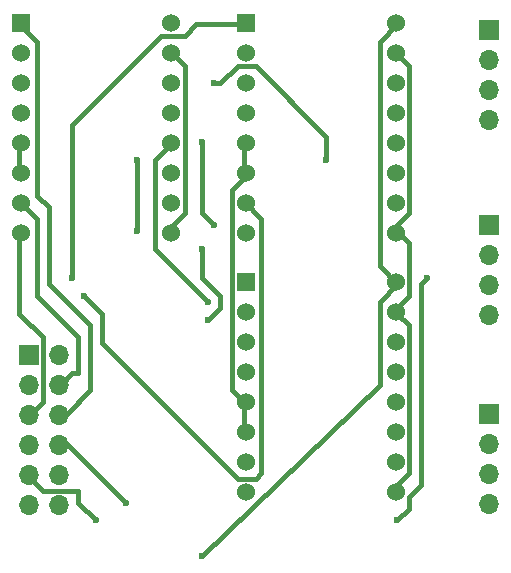
<source format=gbr>
G04 #@! TF.FileFunction,Copper,L1,Top,Signal*
%FSLAX46Y46*%
G04 Gerber Fmt 4.6, Leading zero omitted, Abs format (unit mm)*
G04 Created by KiCad (PCBNEW 4.0.7) date 09/28/18 11:04:11*
%MOMM*%
%LPD*%
G01*
G04 APERTURE LIST*
%ADD10C,0.100000*%
%ADD11R,1.524000X1.524000*%
%ADD12C,1.524000*%
%ADD13R,1.700000X1.700000*%
%ADD14O,1.700000X1.700000*%
%ADD15C,0.600000*%
%ADD16C,0.400000*%
G04 APERTURE END LIST*
D10*
D11*
X132660000Y-87850000D03*
D12*
X132660000Y-90390000D03*
X132660000Y-92930000D03*
X132660000Y-95470000D03*
X132660000Y-98010000D03*
X132660000Y-100550000D03*
X132660000Y-103090000D03*
X132660000Y-105630000D03*
X145360000Y-105630000D03*
X145360000Y-103090000D03*
X145360000Y-100550000D03*
X145360000Y-98010000D03*
X145360000Y-95470000D03*
X145360000Y-92930000D03*
X145360000Y-90390000D03*
X145360000Y-87850000D03*
D11*
X113660000Y-87850000D03*
D12*
X113660000Y-90390000D03*
X113660000Y-92930000D03*
X113660000Y-95470000D03*
X113660000Y-98010000D03*
X113660000Y-100550000D03*
X113660000Y-103090000D03*
X113660000Y-105630000D03*
X126360000Y-105630000D03*
X126360000Y-103090000D03*
X126360000Y-100550000D03*
X126360000Y-98010000D03*
X126360000Y-95470000D03*
X126360000Y-92930000D03*
X126360000Y-90390000D03*
X126360000Y-87850000D03*
D11*
X132660000Y-109850000D03*
D12*
X132660000Y-112390000D03*
X132660000Y-114930000D03*
X132660000Y-117470000D03*
X132660000Y-120010000D03*
X132660000Y-122550000D03*
X132660000Y-125090000D03*
X132660000Y-127630000D03*
X145360000Y-127630000D03*
X145360000Y-125090000D03*
X145360000Y-122550000D03*
X145360000Y-120010000D03*
X145360000Y-117470000D03*
X145360000Y-114930000D03*
X145360000Y-112390000D03*
X145360000Y-109850000D03*
D13*
X114280000Y-116010000D03*
D14*
X116820000Y-116010000D03*
X114280000Y-118550000D03*
X116820000Y-118550000D03*
X114280000Y-121090000D03*
X116820000Y-121090000D03*
X114280000Y-123630000D03*
X116820000Y-123630000D03*
X114280000Y-126170000D03*
X116820000Y-126170000D03*
X114280000Y-128710000D03*
X116820000Y-128710000D03*
D13*
X153280000Y-88510000D03*
D14*
X153280000Y-91050000D03*
X153280000Y-93590000D03*
X153280000Y-96130000D03*
D13*
X153280000Y-105010000D03*
D14*
X153280000Y-107550000D03*
X153280000Y-110090000D03*
X153280000Y-112630000D03*
D13*
X153280000Y-121010000D03*
D14*
X153280000Y-123550000D03*
X153280000Y-126090000D03*
X153280000Y-128630000D03*
D15*
X118000000Y-109500000D03*
X119000000Y-111000000D03*
X129500000Y-113000000D03*
X129000000Y-107000000D03*
X123500000Y-105500000D03*
X123500000Y-99500000D03*
X129500000Y-111500000D03*
X130000000Y-105000000D03*
X129000000Y-98000000D03*
X130000000Y-93000000D03*
X139500000Y-99500000D03*
X148000000Y-109500000D03*
X145500000Y-130000000D03*
X120000000Y-130000000D03*
X122500000Y-128500000D03*
X129000000Y-133000000D03*
D16*
X132660000Y-87850000D02*
X132500000Y-88000000D01*
X132500000Y-88000000D02*
X128500000Y-88000000D01*
X128500000Y-88000000D02*
X127500000Y-89000000D01*
X127500000Y-89000000D02*
X125500000Y-89000000D01*
X125500000Y-89000000D02*
X118000000Y-96500000D01*
X118000000Y-96500000D02*
X118000000Y-109500000D01*
X132660000Y-103090000D02*
X132500000Y-103000000D01*
X132500000Y-103000000D02*
X134000000Y-104500000D01*
X134000000Y-104500000D02*
X134000000Y-126000000D01*
X134000000Y-126000000D02*
X133500000Y-126500000D01*
X133500000Y-126500000D02*
X132000000Y-126500000D01*
X132000000Y-126500000D02*
X120500000Y-115000000D01*
X120500000Y-115000000D02*
X120500000Y-112500000D01*
X120500000Y-112500000D02*
X119000000Y-111000000D01*
X116820000Y-121090000D02*
X117000000Y-121000000D01*
X117000000Y-121000000D02*
X117500000Y-121000000D01*
X117500000Y-121000000D02*
X119500000Y-119000000D01*
X119500000Y-119000000D02*
X119500000Y-113500000D01*
X119500000Y-113500000D02*
X116000000Y-110000000D01*
X116000000Y-110000000D02*
X116000000Y-103500000D01*
X116000000Y-103500000D02*
X115000000Y-102500000D01*
X115000000Y-102500000D02*
X115000000Y-89500000D01*
X115000000Y-89500000D02*
X113500000Y-88000000D01*
X113500000Y-88000000D02*
X113660000Y-87850000D01*
X116820000Y-118550000D02*
X117000000Y-118500000D01*
X117000000Y-118500000D02*
X118000000Y-117500000D01*
X118000000Y-117500000D02*
X118500000Y-117500000D01*
X118500000Y-117500000D02*
X118500000Y-114500000D01*
X118500000Y-114500000D02*
X115000000Y-111000000D01*
X115000000Y-111000000D02*
X115000000Y-104500000D01*
X115000000Y-104500000D02*
X113500000Y-103000000D01*
X113500000Y-103000000D02*
X113660000Y-103090000D01*
X114280000Y-121090000D02*
X114500000Y-121000000D01*
X114500000Y-121000000D02*
X115500000Y-120000000D01*
X115500000Y-120000000D02*
X115500000Y-114500000D01*
X115500000Y-114500000D02*
X113500000Y-112500000D01*
X113500000Y-112500000D02*
X113500000Y-105500000D01*
X113500000Y-105500000D02*
X113660000Y-105630000D01*
X129500000Y-113000000D02*
X130500000Y-112000000D01*
X130500000Y-112000000D02*
X130500000Y-111000000D01*
X130500000Y-111000000D02*
X129000000Y-109500000D01*
X129000000Y-109500000D02*
X129000000Y-107000000D01*
X123500000Y-105500000D02*
X123500000Y-99500000D01*
X129500000Y-111500000D02*
X125000000Y-107000000D01*
X125000000Y-107000000D02*
X125000000Y-99500000D01*
X125000000Y-99500000D02*
X126500000Y-98000000D01*
X126500000Y-98000000D02*
X126360000Y-98010000D01*
X130000000Y-105000000D02*
X129000000Y-104000000D01*
X129000000Y-104000000D02*
X129000000Y-98000000D01*
X130000000Y-93000000D02*
X130500000Y-93000000D01*
X130500000Y-93000000D02*
X132000000Y-91500000D01*
X132000000Y-91500000D02*
X133500000Y-91500000D01*
X133500000Y-91500000D02*
X139500000Y-97500000D01*
X139500000Y-97500000D02*
X139500000Y-99500000D01*
X148000000Y-109500000D02*
X147500000Y-110000000D01*
X147500000Y-110000000D02*
X147500000Y-127000000D01*
X147500000Y-127000000D02*
X146500000Y-128000000D01*
X146500000Y-128000000D02*
X146500000Y-129000000D01*
X146500000Y-129000000D02*
X145500000Y-130000000D01*
X120000000Y-130000000D02*
X118500000Y-128500000D01*
X118500000Y-128500000D02*
X118500000Y-127500000D01*
X118500000Y-127500000D02*
X115500000Y-127500000D01*
X115500000Y-127500000D02*
X114500000Y-126500000D01*
X114500000Y-126500000D02*
X114500000Y-126000000D01*
X114500000Y-126000000D02*
X114280000Y-126170000D01*
X116820000Y-123630000D02*
X117000000Y-123500000D01*
X117000000Y-123500000D02*
X117500000Y-123500000D01*
X117500000Y-123500000D02*
X122500000Y-128500000D01*
X132660000Y-120010000D02*
X132500000Y-120000000D01*
X132500000Y-120000000D02*
X131500000Y-119000000D01*
X131500000Y-119000000D02*
X131500000Y-102000000D01*
X131500000Y-102000000D02*
X132500000Y-101000000D01*
X132500000Y-101000000D02*
X132500000Y-100500000D01*
X132500000Y-100500000D02*
X132660000Y-100550000D01*
X132660000Y-100550000D02*
X132500000Y-100500000D01*
X132500000Y-100500000D02*
X132500000Y-98000000D01*
X132500000Y-98000000D02*
X132660000Y-98010000D01*
X113660000Y-100550000D02*
X113500000Y-100500000D01*
X113500000Y-100500000D02*
X113500000Y-98000000D01*
X113500000Y-98000000D02*
X113660000Y-98010000D01*
X132660000Y-122550000D02*
X132500000Y-122500000D01*
X132500000Y-122500000D02*
X132500000Y-120000000D01*
X132500000Y-120000000D02*
X132660000Y-120010000D01*
X145360000Y-90390000D02*
X145500000Y-90500000D01*
X145500000Y-90500000D02*
X146500000Y-91500000D01*
X146500000Y-91500000D02*
X146500000Y-104000000D01*
X146500000Y-104000000D02*
X145500000Y-105000000D01*
X145500000Y-105000000D02*
X145500000Y-105500000D01*
X145500000Y-105500000D02*
X145360000Y-105630000D01*
X145360000Y-112390000D02*
X145500000Y-112500000D01*
X145500000Y-112500000D02*
X146500000Y-113500000D01*
X146500000Y-113500000D02*
X146500000Y-126000000D01*
X146500000Y-126000000D02*
X145500000Y-127000000D01*
X145500000Y-127000000D02*
X145500000Y-127500000D01*
X145500000Y-127500000D02*
X145360000Y-127630000D01*
X126360000Y-90390000D02*
X126500000Y-90500000D01*
X126500000Y-90500000D02*
X127500000Y-91500000D01*
X127500000Y-91500000D02*
X127500000Y-104000000D01*
X127500000Y-104000000D02*
X126500000Y-105000000D01*
X126500000Y-105000000D02*
X126500000Y-105500000D01*
X126500000Y-105500000D02*
X126360000Y-105630000D01*
X145360000Y-105630000D02*
X145500000Y-105500000D01*
X145500000Y-105500000D02*
X146500000Y-106500000D01*
X146500000Y-106500000D02*
X146500000Y-111000000D01*
X146500000Y-111000000D02*
X145500000Y-112000000D01*
X145500000Y-112000000D02*
X145500000Y-112500000D01*
X145500000Y-112500000D02*
X145360000Y-112390000D01*
X129000000Y-133000000D02*
X144000000Y-118500000D01*
X144000000Y-118500000D02*
X144000000Y-111500000D01*
X144000000Y-111500000D02*
X145500000Y-110000000D01*
X145500000Y-110000000D02*
X145360000Y-109850000D01*
X145360000Y-109850000D02*
X145500000Y-110000000D01*
X145500000Y-110000000D02*
X144000000Y-108500000D01*
X144000000Y-108500000D02*
X144000000Y-89500000D01*
X144000000Y-89500000D02*
X145500000Y-88000000D01*
X145500000Y-88000000D02*
X145360000Y-87850000D01*
M02*

</source>
